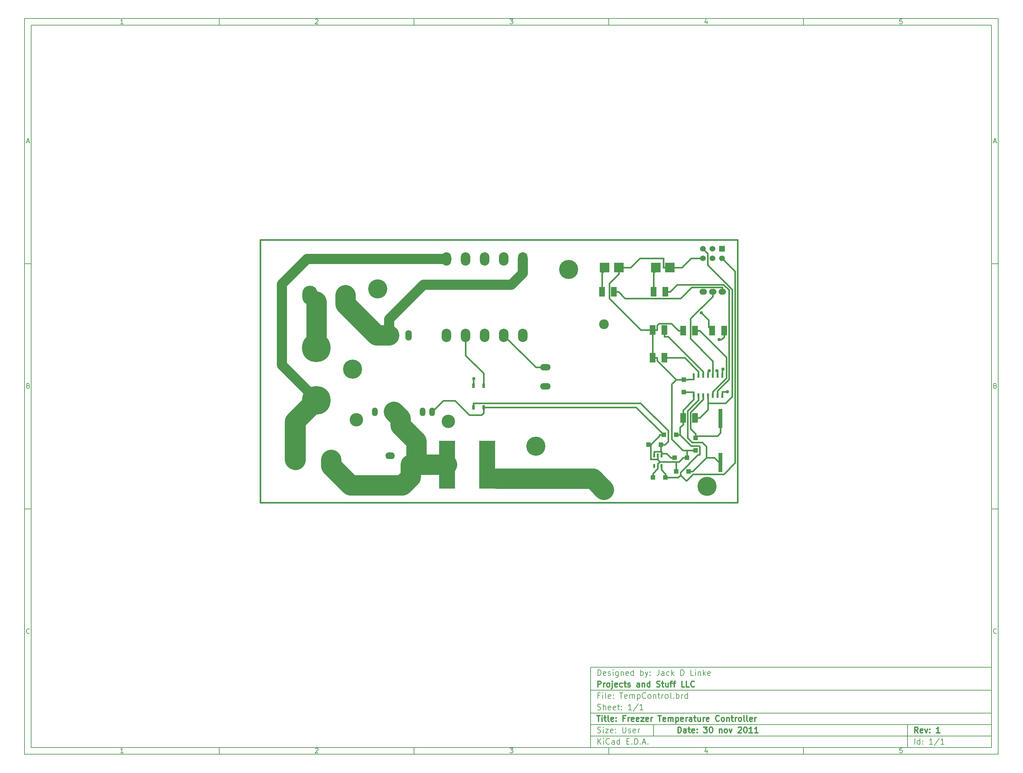
<source format=gtl>
G04 (created by PCBNEW-RS274X (2011-07-08 BZR 3044)-stable) date 11/30/2011 10:21:35 PM*
G01*
G70*
G90*
%MOIN*%
G04 Gerber Fmt 3.4, Leading zero omitted, Abs format*
%FSLAX34Y34*%
G04 APERTURE LIST*
%ADD10C,0.006000*%
%ADD11C,0.012000*%
%ADD12C,0.015000*%
%ADD13C,0.200000*%
%ADD14R,0.020000X0.045000*%
%ADD15R,0.060000X0.060000*%
%ADD16C,0.060000*%
%ADD17R,0.023600X0.043300*%
%ADD18R,0.167300X0.500000*%
%ADD19C,0.102400*%
%ADD20R,0.049200X0.049200*%
%ADD21R,0.059100X0.098400*%
%ADD22O,0.100000X0.070000*%
%ADD23R,0.026000X0.050000*%
%ADD24O,0.100000X0.140000*%
%ADD25O,0.160000X0.200000*%
%ADD26O,0.066900X0.110200*%
%ADD27O,0.110200X0.066900*%
%ADD28R,0.039400X0.200000*%
%ADD29C,0.140000*%
%ADD30R,0.100000X0.100000*%
%ADD31O,0.060000X0.090000*%
%ADD32C,0.300000*%
%ADD33O,0.080000X0.060000*%
%ADD34C,0.035000*%
%ADD35C,0.016000*%
%ADD36C,0.214600*%
%ADD37C,0.108000*%
%ADD38C,0.212600*%
G04 APERTURE END LIST*
G54D10*
X04000Y-04000D02*
X106000Y-04000D01*
X106000Y-81000D01*
X04000Y-81000D01*
X04000Y-04000D01*
X04700Y-04700D02*
X105300Y-04700D01*
X105300Y-80300D01*
X04700Y-80300D01*
X04700Y-04700D01*
X24400Y-04000D02*
X24400Y-04700D01*
X14343Y-04552D02*
X14057Y-04552D01*
X14200Y-04552D02*
X14200Y-04052D01*
X14152Y-04124D01*
X14105Y-04171D01*
X14057Y-04195D01*
X24400Y-81000D02*
X24400Y-80300D01*
X14343Y-80852D02*
X14057Y-80852D01*
X14200Y-80852D02*
X14200Y-80352D01*
X14152Y-80424D01*
X14105Y-80471D01*
X14057Y-80495D01*
X44800Y-04000D02*
X44800Y-04700D01*
X34457Y-04100D02*
X34481Y-04076D01*
X34529Y-04052D01*
X34648Y-04052D01*
X34695Y-04076D01*
X34719Y-04100D01*
X34743Y-04148D01*
X34743Y-04195D01*
X34719Y-04267D01*
X34433Y-04552D01*
X34743Y-04552D01*
X44800Y-81000D02*
X44800Y-80300D01*
X34457Y-80400D02*
X34481Y-80376D01*
X34529Y-80352D01*
X34648Y-80352D01*
X34695Y-80376D01*
X34719Y-80400D01*
X34743Y-80448D01*
X34743Y-80495D01*
X34719Y-80567D01*
X34433Y-80852D01*
X34743Y-80852D01*
X65200Y-04000D02*
X65200Y-04700D01*
X54833Y-04052D02*
X55143Y-04052D01*
X54976Y-04243D01*
X55048Y-04243D01*
X55095Y-04267D01*
X55119Y-04290D01*
X55143Y-04338D01*
X55143Y-04457D01*
X55119Y-04505D01*
X55095Y-04529D01*
X55048Y-04552D01*
X54905Y-04552D01*
X54857Y-04529D01*
X54833Y-04505D01*
X65200Y-81000D02*
X65200Y-80300D01*
X54833Y-80352D02*
X55143Y-80352D01*
X54976Y-80543D01*
X55048Y-80543D01*
X55095Y-80567D01*
X55119Y-80590D01*
X55143Y-80638D01*
X55143Y-80757D01*
X55119Y-80805D01*
X55095Y-80829D01*
X55048Y-80852D01*
X54905Y-80852D01*
X54857Y-80829D01*
X54833Y-80805D01*
X85600Y-04000D02*
X85600Y-04700D01*
X75495Y-04219D02*
X75495Y-04552D01*
X75376Y-04029D02*
X75257Y-04386D01*
X75567Y-04386D01*
X85600Y-81000D02*
X85600Y-80300D01*
X75495Y-80519D02*
X75495Y-80852D01*
X75376Y-80329D02*
X75257Y-80686D01*
X75567Y-80686D01*
X95919Y-04052D02*
X95681Y-04052D01*
X95657Y-04290D01*
X95681Y-04267D01*
X95729Y-04243D01*
X95848Y-04243D01*
X95895Y-04267D01*
X95919Y-04290D01*
X95943Y-04338D01*
X95943Y-04457D01*
X95919Y-04505D01*
X95895Y-04529D01*
X95848Y-04552D01*
X95729Y-04552D01*
X95681Y-04529D01*
X95657Y-04505D01*
X95919Y-80352D02*
X95681Y-80352D01*
X95657Y-80590D01*
X95681Y-80567D01*
X95729Y-80543D01*
X95848Y-80543D01*
X95895Y-80567D01*
X95919Y-80590D01*
X95943Y-80638D01*
X95943Y-80757D01*
X95919Y-80805D01*
X95895Y-80829D01*
X95848Y-80852D01*
X95729Y-80852D01*
X95681Y-80829D01*
X95657Y-80805D01*
X04000Y-29660D02*
X04700Y-29660D01*
X04231Y-16890D02*
X04469Y-16890D01*
X04184Y-17032D02*
X04350Y-16532D01*
X04517Y-17032D01*
X106000Y-29660D02*
X105300Y-29660D01*
X105531Y-16890D02*
X105769Y-16890D01*
X105484Y-17032D02*
X105650Y-16532D01*
X105817Y-17032D01*
X04000Y-55320D02*
X04700Y-55320D01*
X04386Y-42430D02*
X04457Y-42454D01*
X04481Y-42478D01*
X04505Y-42526D01*
X04505Y-42597D01*
X04481Y-42645D01*
X04457Y-42669D01*
X04410Y-42692D01*
X04219Y-42692D01*
X04219Y-42192D01*
X04386Y-42192D01*
X04433Y-42216D01*
X04457Y-42240D01*
X04481Y-42288D01*
X04481Y-42335D01*
X04457Y-42383D01*
X04433Y-42407D01*
X04386Y-42430D01*
X04219Y-42430D01*
X106000Y-55320D02*
X105300Y-55320D01*
X105686Y-42430D02*
X105757Y-42454D01*
X105781Y-42478D01*
X105805Y-42526D01*
X105805Y-42597D01*
X105781Y-42645D01*
X105757Y-42669D01*
X105710Y-42692D01*
X105519Y-42692D01*
X105519Y-42192D01*
X105686Y-42192D01*
X105733Y-42216D01*
X105757Y-42240D01*
X105781Y-42288D01*
X105781Y-42335D01*
X105757Y-42383D01*
X105733Y-42407D01*
X105686Y-42430D01*
X105519Y-42430D01*
X04505Y-68305D02*
X04481Y-68329D01*
X04410Y-68352D01*
X04362Y-68352D01*
X04290Y-68329D01*
X04243Y-68281D01*
X04219Y-68233D01*
X04195Y-68138D01*
X04195Y-68067D01*
X04219Y-67971D01*
X04243Y-67924D01*
X04290Y-67876D01*
X04362Y-67852D01*
X04410Y-67852D01*
X04481Y-67876D01*
X04505Y-67900D01*
X105805Y-68305D02*
X105781Y-68329D01*
X105710Y-68352D01*
X105662Y-68352D01*
X105590Y-68329D01*
X105543Y-68281D01*
X105519Y-68233D01*
X105495Y-68138D01*
X105495Y-68067D01*
X105519Y-67971D01*
X105543Y-67924D01*
X105590Y-67876D01*
X105662Y-67852D01*
X105710Y-67852D01*
X105781Y-67876D01*
X105805Y-67900D01*
G54D11*
X72443Y-78743D02*
X72443Y-78143D01*
X72586Y-78143D01*
X72671Y-78171D01*
X72729Y-78229D01*
X72757Y-78286D01*
X72786Y-78400D01*
X72786Y-78486D01*
X72757Y-78600D01*
X72729Y-78657D01*
X72671Y-78714D01*
X72586Y-78743D01*
X72443Y-78743D01*
X73300Y-78743D02*
X73300Y-78429D01*
X73271Y-78371D01*
X73214Y-78343D01*
X73100Y-78343D01*
X73043Y-78371D01*
X73300Y-78714D02*
X73243Y-78743D01*
X73100Y-78743D01*
X73043Y-78714D01*
X73014Y-78657D01*
X73014Y-78600D01*
X73043Y-78543D01*
X73100Y-78514D01*
X73243Y-78514D01*
X73300Y-78486D01*
X73500Y-78343D02*
X73729Y-78343D01*
X73586Y-78143D02*
X73586Y-78657D01*
X73614Y-78714D01*
X73672Y-78743D01*
X73729Y-78743D01*
X74157Y-78714D02*
X74100Y-78743D01*
X73986Y-78743D01*
X73929Y-78714D01*
X73900Y-78657D01*
X73900Y-78429D01*
X73929Y-78371D01*
X73986Y-78343D01*
X74100Y-78343D01*
X74157Y-78371D01*
X74186Y-78429D01*
X74186Y-78486D01*
X73900Y-78543D01*
X74443Y-78686D02*
X74471Y-78714D01*
X74443Y-78743D01*
X74414Y-78714D01*
X74443Y-78686D01*
X74443Y-78743D01*
X74443Y-78371D02*
X74471Y-78400D01*
X74443Y-78429D01*
X74414Y-78400D01*
X74443Y-78371D01*
X74443Y-78429D01*
X75129Y-78143D02*
X75500Y-78143D01*
X75300Y-78371D01*
X75386Y-78371D01*
X75443Y-78400D01*
X75472Y-78429D01*
X75500Y-78486D01*
X75500Y-78629D01*
X75472Y-78686D01*
X75443Y-78714D01*
X75386Y-78743D01*
X75214Y-78743D01*
X75157Y-78714D01*
X75129Y-78686D01*
X75871Y-78143D02*
X75928Y-78143D01*
X75985Y-78171D01*
X76014Y-78200D01*
X76043Y-78257D01*
X76071Y-78371D01*
X76071Y-78514D01*
X76043Y-78629D01*
X76014Y-78686D01*
X75985Y-78714D01*
X75928Y-78743D01*
X75871Y-78743D01*
X75814Y-78714D01*
X75785Y-78686D01*
X75757Y-78629D01*
X75728Y-78514D01*
X75728Y-78371D01*
X75757Y-78257D01*
X75785Y-78200D01*
X75814Y-78171D01*
X75871Y-78143D01*
X76785Y-78343D02*
X76785Y-78743D01*
X76785Y-78400D02*
X76813Y-78371D01*
X76871Y-78343D01*
X76956Y-78343D01*
X77013Y-78371D01*
X77042Y-78429D01*
X77042Y-78743D01*
X77414Y-78743D02*
X77356Y-78714D01*
X77328Y-78686D01*
X77299Y-78629D01*
X77299Y-78457D01*
X77328Y-78400D01*
X77356Y-78371D01*
X77414Y-78343D01*
X77499Y-78343D01*
X77556Y-78371D01*
X77585Y-78400D01*
X77614Y-78457D01*
X77614Y-78629D01*
X77585Y-78686D01*
X77556Y-78714D01*
X77499Y-78743D01*
X77414Y-78743D01*
X77814Y-78343D02*
X77957Y-78743D01*
X78099Y-78343D01*
X78756Y-78200D02*
X78785Y-78171D01*
X78842Y-78143D01*
X78985Y-78143D01*
X79042Y-78171D01*
X79071Y-78200D01*
X79099Y-78257D01*
X79099Y-78314D01*
X79071Y-78400D01*
X78728Y-78743D01*
X79099Y-78743D01*
X79470Y-78143D02*
X79527Y-78143D01*
X79584Y-78171D01*
X79613Y-78200D01*
X79642Y-78257D01*
X79670Y-78371D01*
X79670Y-78514D01*
X79642Y-78629D01*
X79613Y-78686D01*
X79584Y-78714D01*
X79527Y-78743D01*
X79470Y-78743D01*
X79413Y-78714D01*
X79384Y-78686D01*
X79356Y-78629D01*
X79327Y-78514D01*
X79327Y-78371D01*
X79356Y-78257D01*
X79384Y-78200D01*
X79413Y-78171D01*
X79470Y-78143D01*
X80241Y-78743D02*
X79898Y-78743D01*
X80070Y-78743D02*
X80070Y-78143D01*
X80013Y-78229D01*
X79955Y-78286D01*
X79898Y-78314D01*
X80812Y-78743D02*
X80469Y-78743D01*
X80641Y-78743D02*
X80641Y-78143D01*
X80584Y-78229D01*
X80526Y-78286D01*
X80469Y-78314D01*
G54D10*
X64043Y-79943D02*
X64043Y-79343D01*
X64386Y-79943D02*
X64129Y-79600D01*
X64386Y-79343D02*
X64043Y-79686D01*
X64643Y-79943D02*
X64643Y-79543D01*
X64643Y-79343D02*
X64614Y-79371D01*
X64643Y-79400D01*
X64671Y-79371D01*
X64643Y-79343D01*
X64643Y-79400D01*
X65272Y-79886D02*
X65243Y-79914D01*
X65157Y-79943D01*
X65100Y-79943D01*
X65015Y-79914D01*
X64957Y-79857D01*
X64929Y-79800D01*
X64900Y-79686D01*
X64900Y-79600D01*
X64929Y-79486D01*
X64957Y-79429D01*
X65015Y-79371D01*
X65100Y-79343D01*
X65157Y-79343D01*
X65243Y-79371D01*
X65272Y-79400D01*
X65786Y-79943D02*
X65786Y-79629D01*
X65757Y-79571D01*
X65700Y-79543D01*
X65586Y-79543D01*
X65529Y-79571D01*
X65786Y-79914D02*
X65729Y-79943D01*
X65586Y-79943D01*
X65529Y-79914D01*
X65500Y-79857D01*
X65500Y-79800D01*
X65529Y-79743D01*
X65586Y-79714D01*
X65729Y-79714D01*
X65786Y-79686D01*
X66329Y-79943D02*
X66329Y-79343D01*
X66329Y-79914D02*
X66272Y-79943D01*
X66158Y-79943D01*
X66100Y-79914D01*
X66072Y-79886D01*
X66043Y-79829D01*
X66043Y-79657D01*
X66072Y-79600D01*
X66100Y-79571D01*
X66158Y-79543D01*
X66272Y-79543D01*
X66329Y-79571D01*
X67072Y-79629D02*
X67272Y-79629D01*
X67358Y-79943D02*
X67072Y-79943D01*
X67072Y-79343D01*
X67358Y-79343D01*
X67615Y-79886D02*
X67643Y-79914D01*
X67615Y-79943D01*
X67586Y-79914D01*
X67615Y-79886D01*
X67615Y-79943D01*
X67901Y-79943D02*
X67901Y-79343D01*
X68044Y-79343D01*
X68129Y-79371D01*
X68187Y-79429D01*
X68215Y-79486D01*
X68244Y-79600D01*
X68244Y-79686D01*
X68215Y-79800D01*
X68187Y-79857D01*
X68129Y-79914D01*
X68044Y-79943D01*
X67901Y-79943D01*
X68501Y-79886D02*
X68529Y-79914D01*
X68501Y-79943D01*
X68472Y-79914D01*
X68501Y-79886D01*
X68501Y-79943D01*
X68758Y-79771D02*
X69044Y-79771D01*
X68701Y-79943D02*
X68901Y-79343D01*
X69101Y-79943D01*
X69301Y-79886D02*
X69329Y-79914D01*
X69301Y-79943D01*
X69272Y-79914D01*
X69301Y-79886D01*
X69301Y-79943D01*
G54D11*
X97586Y-78743D02*
X97386Y-78457D01*
X97243Y-78743D02*
X97243Y-78143D01*
X97471Y-78143D01*
X97529Y-78171D01*
X97557Y-78200D01*
X97586Y-78257D01*
X97586Y-78343D01*
X97557Y-78400D01*
X97529Y-78429D01*
X97471Y-78457D01*
X97243Y-78457D01*
X98071Y-78714D02*
X98014Y-78743D01*
X97900Y-78743D01*
X97843Y-78714D01*
X97814Y-78657D01*
X97814Y-78429D01*
X97843Y-78371D01*
X97900Y-78343D01*
X98014Y-78343D01*
X98071Y-78371D01*
X98100Y-78429D01*
X98100Y-78486D01*
X97814Y-78543D01*
X98300Y-78343D02*
X98443Y-78743D01*
X98585Y-78343D01*
X98814Y-78686D02*
X98842Y-78714D01*
X98814Y-78743D01*
X98785Y-78714D01*
X98814Y-78686D01*
X98814Y-78743D01*
X98814Y-78371D02*
X98842Y-78400D01*
X98814Y-78429D01*
X98785Y-78400D01*
X98814Y-78371D01*
X98814Y-78429D01*
X99871Y-78743D02*
X99528Y-78743D01*
X99700Y-78743D02*
X99700Y-78143D01*
X99643Y-78229D01*
X99585Y-78286D01*
X99528Y-78314D01*
G54D10*
X64014Y-78714D02*
X64100Y-78743D01*
X64243Y-78743D01*
X64300Y-78714D01*
X64329Y-78686D01*
X64357Y-78629D01*
X64357Y-78571D01*
X64329Y-78514D01*
X64300Y-78486D01*
X64243Y-78457D01*
X64129Y-78429D01*
X64071Y-78400D01*
X64043Y-78371D01*
X64014Y-78314D01*
X64014Y-78257D01*
X64043Y-78200D01*
X64071Y-78171D01*
X64129Y-78143D01*
X64271Y-78143D01*
X64357Y-78171D01*
X64614Y-78743D02*
X64614Y-78343D01*
X64614Y-78143D02*
X64585Y-78171D01*
X64614Y-78200D01*
X64642Y-78171D01*
X64614Y-78143D01*
X64614Y-78200D01*
X64843Y-78343D02*
X65157Y-78343D01*
X64843Y-78743D01*
X65157Y-78743D01*
X65614Y-78714D02*
X65557Y-78743D01*
X65443Y-78743D01*
X65386Y-78714D01*
X65357Y-78657D01*
X65357Y-78429D01*
X65386Y-78371D01*
X65443Y-78343D01*
X65557Y-78343D01*
X65614Y-78371D01*
X65643Y-78429D01*
X65643Y-78486D01*
X65357Y-78543D01*
X65900Y-78686D02*
X65928Y-78714D01*
X65900Y-78743D01*
X65871Y-78714D01*
X65900Y-78686D01*
X65900Y-78743D01*
X65900Y-78371D02*
X65928Y-78400D01*
X65900Y-78429D01*
X65871Y-78400D01*
X65900Y-78371D01*
X65900Y-78429D01*
X66643Y-78143D02*
X66643Y-78629D01*
X66671Y-78686D01*
X66700Y-78714D01*
X66757Y-78743D01*
X66871Y-78743D01*
X66929Y-78714D01*
X66957Y-78686D01*
X66986Y-78629D01*
X66986Y-78143D01*
X67243Y-78714D02*
X67300Y-78743D01*
X67415Y-78743D01*
X67472Y-78714D01*
X67500Y-78657D01*
X67500Y-78629D01*
X67472Y-78571D01*
X67415Y-78543D01*
X67329Y-78543D01*
X67272Y-78514D01*
X67243Y-78457D01*
X67243Y-78429D01*
X67272Y-78371D01*
X67329Y-78343D01*
X67415Y-78343D01*
X67472Y-78371D01*
X67986Y-78714D02*
X67929Y-78743D01*
X67815Y-78743D01*
X67758Y-78714D01*
X67729Y-78657D01*
X67729Y-78429D01*
X67758Y-78371D01*
X67815Y-78343D01*
X67929Y-78343D01*
X67986Y-78371D01*
X68015Y-78429D01*
X68015Y-78486D01*
X67729Y-78543D01*
X68272Y-78743D02*
X68272Y-78343D01*
X68272Y-78457D02*
X68300Y-78400D01*
X68329Y-78371D01*
X68386Y-78343D01*
X68443Y-78343D01*
X97243Y-79943D02*
X97243Y-79343D01*
X97786Y-79943D02*
X97786Y-79343D01*
X97786Y-79914D02*
X97729Y-79943D01*
X97615Y-79943D01*
X97557Y-79914D01*
X97529Y-79886D01*
X97500Y-79829D01*
X97500Y-79657D01*
X97529Y-79600D01*
X97557Y-79571D01*
X97615Y-79543D01*
X97729Y-79543D01*
X97786Y-79571D01*
X98072Y-79886D02*
X98100Y-79914D01*
X98072Y-79943D01*
X98043Y-79914D01*
X98072Y-79886D01*
X98072Y-79943D01*
X98072Y-79571D02*
X98100Y-79600D01*
X98072Y-79629D01*
X98043Y-79600D01*
X98072Y-79571D01*
X98072Y-79629D01*
X99129Y-79943D02*
X98786Y-79943D01*
X98958Y-79943D02*
X98958Y-79343D01*
X98901Y-79429D01*
X98843Y-79486D01*
X98786Y-79514D01*
X99814Y-79314D02*
X99300Y-80086D01*
X100329Y-79943D02*
X99986Y-79943D01*
X100158Y-79943D02*
X100158Y-79343D01*
X100101Y-79429D01*
X100043Y-79486D01*
X99986Y-79514D01*
G54D11*
X63957Y-76943D02*
X64300Y-76943D01*
X64129Y-77543D02*
X64129Y-76943D01*
X64500Y-77543D02*
X64500Y-77143D01*
X64500Y-76943D02*
X64471Y-76971D01*
X64500Y-77000D01*
X64528Y-76971D01*
X64500Y-76943D01*
X64500Y-77000D01*
X64700Y-77143D02*
X64929Y-77143D01*
X64786Y-76943D02*
X64786Y-77457D01*
X64814Y-77514D01*
X64872Y-77543D01*
X64929Y-77543D01*
X65215Y-77543D02*
X65157Y-77514D01*
X65129Y-77457D01*
X65129Y-76943D01*
X65671Y-77514D02*
X65614Y-77543D01*
X65500Y-77543D01*
X65443Y-77514D01*
X65414Y-77457D01*
X65414Y-77229D01*
X65443Y-77171D01*
X65500Y-77143D01*
X65614Y-77143D01*
X65671Y-77171D01*
X65700Y-77229D01*
X65700Y-77286D01*
X65414Y-77343D01*
X65957Y-77486D02*
X65985Y-77514D01*
X65957Y-77543D01*
X65928Y-77514D01*
X65957Y-77486D01*
X65957Y-77543D01*
X65957Y-77171D02*
X65985Y-77200D01*
X65957Y-77229D01*
X65928Y-77200D01*
X65957Y-77171D01*
X65957Y-77229D01*
X66900Y-77229D02*
X66700Y-77229D01*
X66700Y-77543D02*
X66700Y-76943D01*
X66986Y-76943D01*
X67214Y-77543D02*
X67214Y-77143D01*
X67214Y-77257D02*
X67242Y-77200D01*
X67271Y-77171D01*
X67328Y-77143D01*
X67385Y-77143D01*
X67813Y-77514D02*
X67756Y-77543D01*
X67642Y-77543D01*
X67585Y-77514D01*
X67556Y-77457D01*
X67556Y-77229D01*
X67585Y-77171D01*
X67642Y-77143D01*
X67756Y-77143D01*
X67813Y-77171D01*
X67842Y-77229D01*
X67842Y-77286D01*
X67556Y-77343D01*
X68327Y-77514D02*
X68270Y-77543D01*
X68156Y-77543D01*
X68099Y-77514D01*
X68070Y-77457D01*
X68070Y-77229D01*
X68099Y-77171D01*
X68156Y-77143D01*
X68270Y-77143D01*
X68327Y-77171D01*
X68356Y-77229D01*
X68356Y-77286D01*
X68070Y-77343D01*
X68556Y-77143D02*
X68870Y-77143D01*
X68556Y-77543D01*
X68870Y-77543D01*
X69327Y-77514D02*
X69270Y-77543D01*
X69156Y-77543D01*
X69099Y-77514D01*
X69070Y-77457D01*
X69070Y-77229D01*
X69099Y-77171D01*
X69156Y-77143D01*
X69270Y-77143D01*
X69327Y-77171D01*
X69356Y-77229D01*
X69356Y-77286D01*
X69070Y-77343D01*
X69613Y-77543D02*
X69613Y-77143D01*
X69613Y-77257D02*
X69641Y-77200D01*
X69670Y-77171D01*
X69727Y-77143D01*
X69784Y-77143D01*
X70355Y-76943D02*
X70698Y-76943D01*
X70527Y-77543D02*
X70527Y-76943D01*
X71126Y-77514D02*
X71069Y-77543D01*
X70955Y-77543D01*
X70898Y-77514D01*
X70869Y-77457D01*
X70869Y-77229D01*
X70898Y-77171D01*
X70955Y-77143D01*
X71069Y-77143D01*
X71126Y-77171D01*
X71155Y-77229D01*
X71155Y-77286D01*
X70869Y-77343D01*
X71412Y-77543D02*
X71412Y-77143D01*
X71412Y-77200D02*
X71440Y-77171D01*
X71498Y-77143D01*
X71583Y-77143D01*
X71640Y-77171D01*
X71669Y-77229D01*
X71669Y-77543D01*
X71669Y-77229D02*
X71698Y-77171D01*
X71755Y-77143D01*
X71840Y-77143D01*
X71898Y-77171D01*
X71926Y-77229D01*
X71926Y-77543D01*
X72212Y-77143D02*
X72212Y-77743D01*
X72212Y-77171D02*
X72269Y-77143D01*
X72383Y-77143D01*
X72440Y-77171D01*
X72469Y-77200D01*
X72498Y-77257D01*
X72498Y-77429D01*
X72469Y-77486D01*
X72440Y-77514D01*
X72383Y-77543D01*
X72269Y-77543D01*
X72212Y-77514D01*
X72983Y-77514D02*
X72926Y-77543D01*
X72812Y-77543D01*
X72755Y-77514D01*
X72726Y-77457D01*
X72726Y-77229D01*
X72755Y-77171D01*
X72812Y-77143D01*
X72926Y-77143D01*
X72983Y-77171D01*
X73012Y-77229D01*
X73012Y-77286D01*
X72726Y-77343D01*
X73269Y-77543D02*
X73269Y-77143D01*
X73269Y-77257D02*
X73297Y-77200D01*
X73326Y-77171D01*
X73383Y-77143D01*
X73440Y-77143D01*
X73897Y-77543D02*
X73897Y-77229D01*
X73868Y-77171D01*
X73811Y-77143D01*
X73697Y-77143D01*
X73640Y-77171D01*
X73897Y-77514D02*
X73840Y-77543D01*
X73697Y-77543D01*
X73640Y-77514D01*
X73611Y-77457D01*
X73611Y-77400D01*
X73640Y-77343D01*
X73697Y-77314D01*
X73840Y-77314D01*
X73897Y-77286D01*
X74097Y-77143D02*
X74326Y-77143D01*
X74183Y-76943D02*
X74183Y-77457D01*
X74211Y-77514D01*
X74269Y-77543D01*
X74326Y-77543D01*
X74783Y-77143D02*
X74783Y-77543D01*
X74526Y-77143D02*
X74526Y-77457D01*
X74554Y-77514D01*
X74612Y-77543D01*
X74697Y-77543D01*
X74754Y-77514D01*
X74783Y-77486D01*
X75069Y-77543D02*
X75069Y-77143D01*
X75069Y-77257D02*
X75097Y-77200D01*
X75126Y-77171D01*
X75183Y-77143D01*
X75240Y-77143D01*
X75668Y-77514D02*
X75611Y-77543D01*
X75497Y-77543D01*
X75440Y-77514D01*
X75411Y-77457D01*
X75411Y-77229D01*
X75440Y-77171D01*
X75497Y-77143D01*
X75611Y-77143D01*
X75668Y-77171D01*
X75697Y-77229D01*
X75697Y-77286D01*
X75411Y-77343D01*
X76754Y-77486D02*
X76725Y-77514D01*
X76639Y-77543D01*
X76582Y-77543D01*
X76497Y-77514D01*
X76439Y-77457D01*
X76411Y-77400D01*
X76382Y-77286D01*
X76382Y-77200D01*
X76411Y-77086D01*
X76439Y-77029D01*
X76497Y-76971D01*
X76582Y-76943D01*
X76639Y-76943D01*
X76725Y-76971D01*
X76754Y-77000D01*
X77097Y-77543D02*
X77039Y-77514D01*
X77011Y-77486D01*
X76982Y-77429D01*
X76982Y-77257D01*
X77011Y-77200D01*
X77039Y-77171D01*
X77097Y-77143D01*
X77182Y-77143D01*
X77239Y-77171D01*
X77268Y-77200D01*
X77297Y-77257D01*
X77297Y-77429D01*
X77268Y-77486D01*
X77239Y-77514D01*
X77182Y-77543D01*
X77097Y-77543D01*
X77554Y-77143D02*
X77554Y-77543D01*
X77554Y-77200D02*
X77582Y-77171D01*
X77640Y-77143D01*
X77725Y-77143D01*
X77782Y-77171D01*
X77811Y-77229D01*
X77811Y-77543D01*
X78011Y-77143D02*
X78240Y-77143D01*
X78097Y-76943D02*
X78097Y-77457D01*
X78125Y-77514D01*
X78183Y-77543D01*
X78240Y-77543D01*
X78440Y-77543D02*
X78440Y-77143D01*
X78440Y-77257D02*
X78468Y-77200D01*
X78497Y-77171D01*
X78554Y-77143D01*
X78611Y-77143D01*
X78897Y-77543D02*
X78839Y-77514D01*
X78811Y-77486D01*
X78782Y-77429D01*
X78782Y-77257D01*
X78811Y-77200D01*
X78839Y-77171D01*
X78897Y-77143D01*
X78982Y-77143D01*
X79039Y-77171D01*
X79068Y-77200D01*
X79097Y-77257D01*
X79097Y-77429D01*
X79068Y-77486D01*
X79039Y-77514D01*
X78982Y-77543D01*
X78897Y-77543D01*
X79440Y-77543D02*
X79382Y-77514D01*
X79354Y-77457D01*
X79354Y-76943D01*
X79754Y-77543D02*
X79696Y-77514D01*
X79668Y-77457D01*
X79668Y-76943D01*
X80210Y-77514D02*
X80153Y-77543D01*
X80039Y-77543D01*
X79982Y-77514D01*
X79953Y-77457D01*
X79953Y-77229D01*
X79982Y-77171D01*
X80039Y-77143D01*
X80153Y-77143D01*
X80210Y-77171D01*
X80239Y-77229D01*
X80239Y-77286D01*
X79953Y-77343D01*
X80496Y-77543D02*
X80496Y-77143D01*
X80496Y-77257D02*
X80524Y-77200D01*
X80553Y-77171D01*
X80610Y-77143D01*
X80667Y-77143D01*
G54D10*
X64243Y-74829D02*
X64043Y-74829D01*
X64043Y-75143D02*
X64043Y-74543D01*
X64329Y-74543D01*
X64557Y-75143D02*
X64557Y-74743D01*
X64557Y-74543D02*
X64528Y-74571D01*
X64557Y-74600D01*
X64585Y-74571D01*
X64557Y-74543D01*
X64557Y-74600D01*
X64929Y-75143D02*
X64871Y-75114D01*
X64843Y-75057D01*
X64843Y-74543D01*
X65385Y-75114D02*
X65328Y-75143D01*
X65214Y-75143D01*
X65157Y-75114D01*
X65128Y-75057D01*
X65128Y-74829D01*
X65157Y-74771D01*
X65214Y-74743D01*
X65328Y-74743D01*
X65385Y-74771D01*
X65414Y-74829D01*
X65414Y-74886D01*
X65128Y-74943D01*
X65671Y-75086D02*
X65699Y-75114D01*
X65671Y-75143D01*
X65642Y-75114D01*
X65671Y-75086D01*
X65671Y-75143D01*
X65671Y-74771D02*
X65699Y-74800D01*
X65671Y-74829D01*
X65642Y-74800D01*
X65671Y-74771D01*
X65671Y-74829D01*
X66328Y-74543D02*
X66671Y-74543D01*
X66500Y-75143D02*
X66500Y-74543D01*
X67099Y-75114D02*
X67042Y-75143D01*
X66928Y-75143D01*
X66871Y-75114D01*
X66842Y-75057D01*
X66842Y-74829D01*
X66871Y-74771D01*
X66928Y-74743D01*
X67042Y-74743D01*
X67099Y-74771D01*
X67128Y-74829D01*
X67128Y-74886D01*
X66842Y-74943D01*
X67385Y-75143D02*
X67385Y-74743D01*
X67385Y-74800D02*
X67413Y-74771D01*
X67471Y-74743D01*
X67556Y-74743D01*
X67613Y-74771D01*
X67642Y-74829D01*
X67642Y-75143D01*
X67642Y-74829D02*
X67671Y-74771D01*
X67728Y-74743D01*
X67813Y-74743D01*
X67871Y-74771D01*
X67899Y-74829D01*
X67899Y-75143D01*
X68185Y-74743D02*
X68185Y-75343D01*
X68185Y-74771D02*
X68242Y-74743D01*
X68356Y-74743D01*
X68413Y-74771D01*
X68442Y-74800D01*
X68471Y-74857D01*
X68471Y-75029D01*
X68442Y-75086D01*
X68413Y-75114D01*
X68356Y-75143D01*
X68242Y-75143D01*
X68185Y-75114D01*
X69071Y-75086D02*
X69042Y-75114D01*
X68956Y-75143D01*
X68899Y-75143D01*
X68814Y-75114D01*
X68756Y-75057D01*
X68728Y-75000D01*
X68699Y-74886D01*
X68699Y-74800D01*
X68728Y-74686D01*
X68756Y-74629D01*
X68814Y-74571D01*
X68899Y-74543D01*
X68956Y-74543D01*
X69042Y-74571D01*
X69071Y-74600D01*
X69414Y-75143D02*
X69356Y-75114D01*
X69328Y-75086D01*
X69299Y-75029D01*
X69299Y-74857D01*
X69328Y-74800D01*
X69356Y-74771D01*
X69414Y-74743D01*
X69499Y-74743D01*
X69556Y-74771D01*
X69585Y-74800D01*
X69614Y-74857D01*
X69614Y-75029D01*
X69585Y-75086D01*
X69556Y-75114D01*
X69499Y-75143D01*
X69414Y-75143D01*
X69871Y-74743D02*
X69871Y-75143D01*
X69871Y-74800D02*
X69899Y-74771D01*
X69957Y-74743D01*
X70042Y-74743D01*
X70099Y-74771D01*
X70128Y-74829D01*
X70128Y-75143D01*
X70328Y-74743D02*
X70557Y-74743D01*
X70414Y-74543D02*
X70414Y-75057D01*
X70442Y-75114D01*
X70500Y-75143D01*
X70557Y-75143D01*
X70757Y-75143D02*
X70757Y-74743D01*
X70757Y-74857D02*
X70785Y-74800D01*
X70814Y-74771D01*
X70871Y-74743D01*
X70928Y-74743D01*
X71214Y-75143D02*
X71156Y-75114D01*
X71128Y-75086D01*
X71099Y-75029D01*
X71099Y-74857D01*
X71128Y-74800D01*
X71156Y-74771D01*
X71214Y-74743D01*
X71299Y-74743D01*
X71356Y-74771D01*
X71385Y-74800D01*
X71414Y-74857D01*
X71414Y-75029D01*
X71385Y-75086D01*
X71356Y-75114D01*
X71299Y-75143D01*
X71214Y-75143D01*
X71757Y-75143D02*
X71699Y-75114D01*
X71671Y-75057D01*
X71671Y-74543D01*
X71985Y-75086D02*
X72013Y-75114D01*
X71985Y-75143D01*
X71956Y-75114D01*
X71985Y-75086D01*
X71985Y-75143D01*
X72271Y-75143D02*
X72271Y-74543D01*
X72271Y-74771D02*
X72328Y-74743D01*
X72442Y-74743D01*
X72499Y-74771D01*
X72528Y-74800D01*
X72557Y-74857D01*
X72557Y-75029D01*
X72528Y-75086D01*
X72499Y-75114D01*
X72442Y-75143D01*
X72328Y-75143D01*
X72271Y-75114D01*
X72814Y-75143D02*
X72814Y-74743D01*
X72814Y-74857D02*
X72842Y-74800D01*
X72871Y-74771D01*
X72928Y-74743D01*
X72985Y-74743D01*
X73442Y-75143D02*
X73442Y-74543D01*
X73442Y-75114D02*
X73385Y-75143D01*
X73271Y-75143D01*
X73213Y-75114D01*
X73185Y-75086D01*
X73156Y-75029D01*
X73156Y-74857D01*
X73185Y-74800D01*
X73213Y-74771D01*
X73271Y-74743D01*
X73385Y-74743D01*
X73442Y-74771D01*
X64014Y-76314D02*
X64100Y-76343D01*
X64243Y-76343D01*
X64300Y-76314D01*
X64329Y-76286D01*
X64357Y-76229D01*
X64357Y-76171D01*
X64329Y-76114D01*
X64300Y-76086D01*
X64243Y-76057D01*
X64129Y-76029D01*
X64071Y-76000D01*
X64043Y-75971D01*
X64014Y-75914D01*
X64014Y-75857D01*
X64043Y-75800D01*
X64071Y-75771D01*
X64129Y-75743D01*
X64271Y-75743D01*
X64357Y-75771D01*
X64614Y-76343D02*
X64614Y-75743D01*
X64871Y-76343D02*
X64871Y-76029D01*
X64842Y-75971D01*
X64785Y-75943D01*
X64700Y-75943D01*
X64642Y-75971D01*
X64614Y-76000D01*
X65385Y-76314D02*
X65328Y-76343D01*
X65214Y-76343D01*
X65157Y-76314D01*
X65128Y-76257D01*
X65128Y-76029D01*
X65157Y-75971D01*
X65214Y-75943D01*
X65328Y-75943D01*
X65385Y-75971D01*
X65414Y-76029D01*
X65414Y-76086D01*
X65128Y-76143D01*
X65899Y-76314D02*
X65842Y-76343D01*
X65728Y-76343D01*
X65671Y-76314D01*
X65642Y-76257D01*
X65642Y-76029D01*
X65671Y-75971D01*
X65728Y-75943D01*
X65842Y-75943D01*
X65899Y-75971D01*
X65928Y-76029D01*
X65928Y-76086D01*
X65642Y-76143D01*
X66099Y-75943D02*
X66328Y-75943D01*
X66185Y-75743D02*
X66185Y-76257D01*
X66213Y-76314D01*
X66271Y-76343D01*
X66328Y-76343D01*
X66528Y-76286D02*
X66556Y-76314D01*
X66528Y-76343D01*
X66499Y-76314D01*
X66528Y-76286D01*
X66528Y-76343D01*
X66528Y-75971D02*
X66556Y-76000D01*
X66528Y-76029D01*
X66499Y-76000D01*
X66528Y-75971D01*
X66528Y-76029D01*
X67585Y-76343D02*
X67242Y-76343D01*
X67414Y-76343D02*
X67414Y-75743D01*
X67357Y-75829D01*
X67299Y-75886D01*
X67242Y-75914D01*
X68270Y-75714D02*
X67756Y-76486D01*
X68785Y-76343D02*
X68442Y-76343D01*
X68614Y-76343D02*
X68614Y-75743D01*
X68557Y-75829D01*
X68499Y-75886D01*
X68442Y-75914D01*
G54D11*
X64043Y-73943D02*
X64043Y-73343D01*
X64271Y-73343D01*
X64329Y-73371D01*
X64357Y-73400D01*
X64386Y-73457D01*
X64386Y-73543D01*
X64357Y-73600D01*
X64329Y-73629D01*
X64271Y-73657D01*
X64043Y-73657D01*
X64643Y-73943D02*
X64643Y-73543D01*
X64643Y-73657D02*
X64671Y-73600D01*
X64700Y-73571D01*
X64757Y-73543D01*
X64814Y-73543D01*
X65100Y-73943D02*
X65042Y-73914D01*
X65014Y-73886D01*
X64985Y-73829D01*
X64985Y-73657D01*
X65014Y-73600D01*
X65042Y-73571D01*
X65100Y-73543D01*
X65185Y-73543D01*
X65242Y-73571D01*
X65271Y-73600D01*
X65300Y-73657D01*
X65300Y-73829D01*
X65271Y-73886D01*
X65242Y-73914D01*
X65185Y-73943D01*
X65100Y-73943D01*
X65557Y-73543D02*
X65557Y-74057D01*
X65528Y-74114D01*
X65471Y-74143D01*
X65443Y-74143D01*
X65557Y-73343D02*
X65528Y-73371D01*
X65557Y-73400D01*
X65585Y-73371D01*
X65557Y-73343D01*
X65557Y-73400D01*
X66071Y-73914D02*
X66014Y-73943D01*
X65900Y-73943D01*
X65843Y-73914D01*
X65814Y-73857D01*
X65814Y-73629D01*
X65843Y-73571D01*
X65900Y-73543D01*
X66014Y-73543D01*
X66071Y-73571D01*
X66100Y-73629D01*
X66100Y-73686D01*
X65814Y-73743D01*
X66614Y-73914D02*
X66557Y-73943D01*
X66443Y-73943D01*
X66385Y-73914D01*
X66357Y-73886D01*
X66328Y-73829D01*
X66328Y-73657D01*
X66357Y-73600D01*
X66385Y-73571D01*
X66443Y-73543D01*
X66557Y-73543D01*
X66614Y-73571D01*
X66785Y-73543D02*
X67014Y-73543D01*
X66871Y-73343D02*
X66871Y-73857D01*
X66899Y-73914D01*
X66957Y-73943D01*
X67014Y-73943D01*
X67185Y-73914D02*
X67242Y-73943D01*
X67357Y-73943D01*
X67414Y-73914D01*
X67442Y-73857D01*
X67442Y-73829D01*
X67414Y-73771D01*
X67357Y-73743D01*
X67271Y-73743D01*
X67214Y-73714D01*
X67185Y-73657D01*
X67185Y-73629D01*
X67214Y-73571D01*
X67271Y-73543D01*
X67357Y-73543D01*
X67414Y-73571D01*
X68414Y-73943D02*
X68414Y-73629D01*
X68385Y-73571D01*
X68328Y-73543D01*
X68214Y-73543D01*
X68157Y-73571D01*
X68414Y-73914D02*
X68357Y-73943D01*
X68214Y-73943D01*
X68157Y-73914D01*
X68128Y-73857D01*
X68128Y-73800D01*
X68157Y-73743D01*
X68214Y-73714D01*
X68357Y-73714D01*
X68414Y-73686D01*
X68700Y-73543D02*
X68700Y-73943D01*
X68700Y-73600D02*
X68728Y-73571D01*
X68786Y-73543D01*
X68871Y-73543D01*
X68928Y-73571D01*
X68957Y-73629D01*
X68957Y-73943D01*
X69500Y-73943D02*
X69500Y-73343D01*
X69500Y-73914D02*
X69443Y-73943D01*
X69329Y-73943D01*
X69271Y-73914D01*
X69243Y-73886D01*
X69214Y-73829D01*
X69214Y-73657D01*
X69243Y-73600D01*
X69271Y-73571D01*
X69329Y-73543D01*
X69443Y-73543D01*
X69500Y-73571D01*
X70214Y-73914D02*
X70300Y-73943D01*
X70443Y-73943D01*
X70500Y-73914D01*
X70529Y-73886D01*
X70557Y-73829D01*
X70557Y-73771D01*
X70529Y-73714D01*
X70500Y-73686D01*
X70443Y-73657D01*
X70329Y-73629D01*
X70271Y-73600D01*
X70243Y-73571D01*
X70214Y-73514D01*
X70214Y-73457D01*
X70243Y-73400D01*
X70271Y-73371D01*
X70329Y-73343D01*
X70471Y-73343D01*
X70557Y-73371D01*
X70728Y-73543D02*
X70957Y-73543D01*
X70814Y-73343D02*
X70814Y-73857D01*
X70842Y-73914D01*
X70900Y-73943D01*
X70957Y-73943D01*
X71414Y-73543D02*
X71414Y-73943D01*
X71157Y-73543D02*
X71157Y-73857D01*
X71185Y-73914D01*
X71243Y-73943D01*
X71328Y-73943D01*
X71385Y-73914D01*
X71414Y-73886D01*
X71614Y-73543D02*
X71843Y-73543D01*
X71700Y-73943D02*
X71700Y-73429D01*
X71728Y-73371D01*
X71786Y-73343D01*
X71843Y-73343D01*
X71957Y-73543D02*
X72186Y-73543D01*
X72043Y-73943D02*
X72043Y-73429D01*
X72071Y-73371D01*
X72129Y-73343D01*
X72186Y-73343D01*
X73129Y-73943D02*
X72843Y-73943D01*
X72843Y-73343D01*
X73615Y-73943D02*
X73329Y-73943D01*
X73329Y-73343D01*
X74158Y-73886D02*
X74129Y-73914D01*
X74043Y-73943D01*
X73986Y-73943D01*
X73901Y-73914D01*
X73843Y-73857D01*
X73815Y-73800D01*
X73786Y-73686D01*
X73786Y-73600D01*
X73815Y-73486D01*
X73843Y-73429D01*
X73901Y-73371D01*
X73986Y-73343D01*
X74043Y-73343D01*
X74129Y-73371D01*
X74158Y-73400D01*
G54D10*
X64043Y-72743D02*
X64043Y-72143D01*
X64186Y-72143D01*
X64271Y-72171D01*
X64329Y-72229D01*
X64357Y-72286D01*
X64386Y-72400D01*
X64386Y-72486D01*
X64357Y-72600D01*
X64329Y-72657D01*
X64271Y-72714D01*
X64186Y-72743D01*
X64043Y-72743D01*
X64871Y-72714D02*
X64814Y-72743D01*
X64700Y-72743D01*
X64643Y-72714D01*
X64614Y-72657D01*
X64614Y-72429D01*
X64643Y-72371D01*
X64700Y-72343D01*
X64814Y-72343D01*
X64871Y-72371D01*
X64900Y-72429D01*
X64900Y-72486D01*
X64614Y-72543D01*
X65128Y-72714D02*
X65185Y-72743D01*
X65300Y-72743D01*
X65357Y-72714D01*
X65385Y-72657D01*
X65385Y-72629D01*
X65357Y-72571D01*
X65300Y-72543D01*
X65214Y-72543D01*
X65157Y-72514D01*
X65128Y-72457D01*
X65128Y-72429D01*
X65157Y-72371D01*
X65214Y-72343D01*
X65300Y-72343D01*
X65357Y-72371D01*
X65643Y-72743D02*
X65643Y-72343D01*
X65643Y-72143D02*
X65614Y-72171D01*
X65643Y-72200D01*
X65671Y-72171D01*
X65643Y-72143D01*
X65643Y-72200D01*
X66186Y-72343D02*
X66186Y-72829D01*
X66157Y-72886D01*
X66129Y-72914D01*
X66072Y-72943D01*
X65986Y-72943D01*
X65929Y-72914D01*
X66186Y-72714D02*
X66129Y-72743D01*
X66015Y-72743D01*
X65957Y-72714D01*
X65929Y-72686D01*
X65900Y-72629D01*
X65900Y-72457D01*
X65929Y-72400D01*
X65957Y-72371D01*
X66015Y-72343D01*
X66129Y-72343D01*
X66186Y-72371D01*
X66472Y-72343D02*
X66472Y-72743D01*
X66472Y-72400D02*
X66500Y-72371D01*
X66558Y-72343D01*
X66643Y-72343D01*
X66700Y-72371D01*
X66729Y-72429D01*
X66729Y-72743D01*
X67243Y-72714D02*
X67186Y-72743D01*
X67072Y-72743D01*
X67015Y-72714D01*
X66986Y-72657D01*
X66986Y-72429D01*
X67015Y-72371D01*
X67072Y-72343D01*
X67186Y-72343D01*
X67243Y-72371D01*
X67272Y-72429D01*
X67272Y-72486D01*
X66986Y-72543D01*
X67786Y-72743D02*
X67786Y-72143D01*
X67786Y-72714D02*
X67729Y-72743D01*
X67615Y-72743D01*
X67557Y-72714D01*
X67529Y-72686D01*
X67500Y-72629D01*
X67500Y-72457D01*
X67529Y-72400D01*
X67557Y-72371D01*
X67615Y-72343D01*
X67729Y-72343D01*
X67786Y-72371D01*
X68529Y-72743D02*
X68529Y-72143D01*
X68529Y-72371D02*
X68586Y-72343D01*
X68700Y-72343D01*
X68757Y-72371D01*
X68786Y-72400D01*
X68815Y-72457D01*
X68815Y-72629D01*
X68786Y-72686D01*
X68757Y-72714D01*
X68700Y-72743D01*
X68586Y-72743D01*
X68529Y-72714D01*
X69015Y-72343D02*
X69158Y-72743D01*
X69300Y-72343D02*
X69158Y-72743D01*
X69100Y-72886D01*
X69072Y-72914D01*
X69015Y-72943D01*
X69529Y-72686D02*
X69557Y-72714D01*
X69529Y-72743D01*
X69500Y-72714D01*
X69529Y-72686D01*
X69529Y-72743D01*
X69529Y-72371D02*
X69557Y-72400D01*
X69529Y-72429D01*
X69500Y-72400D01*
X69529Y-72371D01*
X69529Y-72429D01*
X70443Y-72143D02*
X70443Y-72571D01*
X70415Y-72657D01*
X70358Y-72714D01*
X70272Y-72743D01*
X70215Y-72743D01*
X70986Y-72743D02*
X70986Y-72429D01*
X70957Y-72371D01*
X70900Y-72343D01*
X70786Y-72343D01*
X70729Y-72371D01*
X70986Y-72714D02*
X70929Y-72743D01*
X70786Y-72743D01*
X70729Y-72714D01*
X70700Y-72657D01*
X70700Y-72600D01*
X70729Y-72543D01*
X70786Y-72514D01*
X70929Y-72514D01*
X70986Y-72486D01*
X71529Y-72714D02*
X71472Y-72743D01*
X71358Y-72743D01*
X71300Y-72714D01*
X71272Y-72686D01*
X71243Y-72629D01*
X71243Y-72457D01*
X71272Y-72400D01*
X71300Y-72371D01*
X71358Y-72343D01*
X71472Y-72343D01*
X71529Y-72371D01*
X71786Y-72743D02*
X71786Y-72143D01*
X71843Y-72514D02*
X72014Y-72743D01*
X72014Y-72343D02*
X71786Y-72571D01*
X72729Y-72743D02*
X72729Y-72143D01*
X72872Y-72143D01*
X72957Y-72171D01*
X73015Y-72229D01*
X73043Y-72286D01*
X73072Y-72400D01*
X73072Y-72486D01*
X73043Y-72600D01*
X73015Y-72657D01*
X72957Y-72714D01*
X72872Y-72743D01*
X72729Y-72743D01*
X74072Y-72743D02*
X73786Y-72743D01*
X73786Y-72143D01*
X74272Y-72743D02*
X74272Y-72343D01*
X74272Y-72143D02*
X74243Y-72171D01*
X74272Y-72200D01*
X74300Y-72171D01*
X74272Y-72143D01*
X74272Y-72200D01*
X74558Y-72343D02*
X74558Y-72743D01*
X74558Y-72400D02*
X74586Y-72371D01*
X74644Y-72343D01*
X74729Y-72343D01*
X74786Y-72371D01*
X74815Y-72429D01*
X74815Y-72743D01*
X75101Y-72743D02*
X75101Y-72143D01*
X75158Y-72514D02*
X75329Y-72743D01*
X75329Y-72343D02*
X75101Y-72571D01*
X75815Y-72714D02*
X75758Y-72743D01*
X75644Y-72743D01*
X75587Y-72714D01*
X75558Y-72657D01*
X75558Y-72429D01*
X75587Y-72371D01*
X75644Y-72343D01*
X75758Y-72343D01*
X75815Y-72371D01*
X75844Y-72429D01*
X75844Y-72486D01*
X75558Y-72543D01*
X63300Y-71900D02*
X63300Y-80300D01*
X63300Y-74300D02*
X105300Y-74300D01*
X63300Y-71900D02*
X105300Y-71900D01*
X63300Y-76700D02*
X105300Y-76700D01*
X96500Y-77900D02*
X96500Y-80300D01*
X63300Y-79100D02*
X105300Y-79100D01*
X63300Y-77900D02*
X105300Y-77900D01*
X69900Y-77900D02*
X69900Y-79100D01*
G54D12*
X28700Y-54650D02*
X28700Y-27150D01*
X78700Y-54650D02*
X28700Y-54650D01*
X78700Y-27150D02*
X78700Y-54650D01*
X28700Y-27150D02*
X78700Y-27150D01*
G54D13*
X41000Y-32300D03*
X38350Y-40700D03*
X57550Y-48750D03*
X61000Y-30250D03*
X75500Y-52950D03*
G54D14*
X74100Y-43450D03*
X74600Y-43450D03*
X75100Y-43450D03*
X75600Y-43450D03*
X76100Y-43450D03*
X76600Y-43450D03*
X77100Y-43450D03*
X77100Y-41350D03*
X76600Y-41350D03*
X76100Y-41350D03*
X75600Y-41350D03*
X75100Y-41350D03*
X74600Y-41350D03*
X74100Y-41350D03*
G54D15*
X77052Y-28091D03*
G54D16*
X77052Y-29091D03*
X76052Y-28091D03*
X76052Y-29091D03*
X75052Y-28091D03*
X75052Y-29091D03*
G54D17*
X70330Y-49719D03*
X69956Y-49719D03*
X70704Y-49719D03*
X70704Y-50821D03*
X69956Y-50821D03*
G54D18*
X48250Y-50700D03*
X52450Y-50700D03*
G54D19*
X64700Y-35989D03*
X64700Y-53311D03*
G54D20*
X73050Y-43100D03*
X73050Y-41800D03*
X72099Y-49945D03*
X73399Y-49945D03*
X70654Y-48596D03*
X69354Y-48596D03*
X71119Y-52038D03*
X69819Y-52038D03*
X72236Y-47572D03*
X70936Y-47572D03*
X73550Y-51400D03*
X72250Y-51400D03*
X74300Y-47900D03*
X74300Y-49200D03*
G54D21*
X77280Y-36650D03*
X76020Y-36650D03*
X71130Y-32600D03*
X69870Y-32600D03*
X65730Y-32600D03*
X64470Y-32600D03*
X71030Y-36600D03*
X69770Y-36600D03*
X71030Y-39500D03*
X69770Y-39500D03*
X74230Y-36650D03*
X72970Y-36650D03*
X74230Y-45800D03*
X72970Y-45800D03*
G54D22*
X42294Y-49752D03*
X44662Y-50696D03*
G54D23*
X52070Y-44690D03*
X51030Y-44690D03*
X51030Y-42410D03*
X52070Y-42410D03*
G54D24*
X48200Y-29150D03*
X50200Y-29150D03*
X52200Y-29150D03*
X54200Y-29150D03*
X56200Y-29150D03*
X56200Y-37150D03*
X54200Y-37150D03*
X52200Y-37150D03*
X50200Y-37150D03*
X48200Y-37150D03*
G54D25*
X33875Y-32950D03*
X37625Y-32950D03*
G54D26*
X42196Y-37150D03*
X44204Y-37150D03*
G54D27*
X58550Y-40496D03*
X58550Y-42504D03*
G54D28*
X76900Y-50450D03*
X76900Y-45850D03*
G54D29*
X48400Y-46150D03*
X38750Y-46000D03*
G54D30*
X70110Y-30050D03*
X71590Y-30050D03*
X64760Y-30050D03*
X66240Y-30050D03*
G54D31*
X45700Y-45150D03*
X42700Y-45150D03*
X40700Y-45150D03*
X46700Y-45150D03*
G54D32*
X34550Y-38450D03*
X34550Y-43950D03*
G54D33*
X76070Y-32600D03*
X75070Y-32600D03*
X77070Y-32600D03*
G54D25*
X32375Y-50200D03*
X36125Y-50200D03*
G54D34*
X77630Y-43042D03*
X76502Y-40844D03*
X76738Y-37604D03*
X75712Y-40847D03*
X77152Y-40682D03*
X74900Y-34800D03*
X51050Y-41700D03*
G54D35*
X72236Y-47572D02*
X72665Y-47572D01*
X71119Y-51609D02*
X71119Y-52038D01*
X71092Y-51609D02*
X71119Y-51609D01*
X70704Y-51221D02*
X71092Y-51609D01*
X70704Y-50821D02*
X70704Y-51221D01*
X72665Y-46780D02*
X72665Y-47572D01*
X72970Y-46475D02*
X72665Y-46780D01*
X72970Y-45800D02*
X72970Y-46475D01*
X72970Y-44988D02*
X72970Y-45800D01*
X74100Y-43858D02*
X72970Y-44988D01*
X74100Y-43450D02*
X74100Y-43858D01*
X74100Y-43100D02*
X73050Y-43100D01*
X74100Y-43450D02*
X74100Y-43100D01*
X72462Y-52038D02*
X71119Y-52038D01*
X72715Y-51785D02*
X72462Y-52038D01*
X72715Y-51484D02*
X72715Y-51785D01*
X74534Y-49665D02*
X72715Y-51484D01*
X74685Y-49665D02*
X74534Y-49665D01*
X74730Y-49620D02*
X74685Y-49665D01*
X74730Y-48807D02*
X74730Y-49620D01*
X74644Y-48721D02*
X74730Y-48807D01*
X73814Y-48721D02*
X74644Y-48721D01*
X72665Y-47572D02*
X73814Y-48721D01*
X78416Y-30455D02*
X77052Y-29091D01*
X78416Y-50499D02*
X78416Y-30455D01*
X77236Y-51679D02*
X78416Y-50499D01*
X74033Y-51679D02*
X77236Y-51679D01*
X73353Y-52359D02*
X74033Y-51679D01*
X73289Y-52359D02*
X73353Y-52359D01*
X72715Y-51785D02*
X73289Y-52359D01*
X66884Y-33276D02*
X66208Y-32600D01*
X72721Y-33276D02*
X66884Y-33276D01*
X73880Y-32117D02*
X72721Y-33276D01*
X77070Y-32117D02*
X73880Y-32117D01*
X77070Y-32600D02*
X77070Y-32117D01*
X65730Y-32600D02*
X66208Y-32600D01*
X47850Y-44000D02*
X46700Y-45150D01*
X49100Y-44000D02*
X47850Y-44000D01*
X50600Y-45500D02*
X49100Y-44000D01*
X51850Y-45500D02*
X50600Y-45500D01*
X52070Y-45280D02*
X51850Y-45500D01*
X52070Y-44690D02*
X52070Y-45280D01*
X72250Y-51400D02*
X72250Y-50380D01*
X72970Y-49945D02*
X73399Y-49945D01*
X72535Y-50380D02*
X72970Y-49945D01*
X72250Y-50380D02*
X72535Y-50380D01*
X72250Y-50380D02*
X70552Y-50380D01*
X69819Y-51609D02*
X69819Y-52038D01*
X70332Y-51096D02*
X69819Y-51609D01*
X70332Y-50600D02*
X70332Y-51096D01*
X70552Y-50380D02*
X70332Y-50600D01*
X69354Y-48596D02*
X69569Y-48596D01*
X70330Y-50158D02*
X70330Y-50120D01*
X70552Y-50380D02*
X70330Y-50158D01*
X70330Y-50120D02*
X70330Y-49719D01*
X69569Y-50097D02*
X69569Y-48596D01*
X69592Y-50120D02*
X69569Y-50097D01*
X70330Y-50120D02*
X69592Y-50120D01*
X70507Y-47658D02*
X69569Y-48596D01*
X70507Y-47572D02*
X70507Y-47658D01*
X70936Y-47572D02*
X70507Y-47572D01*
X72845Y-30050D02*
X72200Y-30050D01*
X73804Y-29091D02*
X72845Y-30050D01*
X75052Y-29091D02*
X73804Y-29091D01*
X68054Y-44690D02*
X70936Y-47572D01*
X52070Y-44690D02*
X68054Y-44690D01*
X71874Y-30050D02*
X71590Y-30050D01*
X66524Y-30050D02*
X67050Y-30050D01*
X67050Y-30050D02*
X66524Y-30050D01*
X66240Y-30050D02*
X66524Y-30050D01*
X73479Y-41800D02*
X73050Y-41800D01*
X73521Y-41758D02*
X73479Y-41800D01*
X74100Y-41758D02*
X73521Y-41758D01*
X74100Y-41350D02*
X74100Y-41758D01*
X71795Y-42260D02*
X72255Y-41800D01*
X71795Y-48027D02*
X71795Y-42260D01*
X72968Y-49200D02*
X71795Y-48027D01*
X73399Y-49200D02*
X72968Y-49200D01*
X73050Y-41800D02*
X72255Y-41800D01*
X70248Y-39793D02*
X72255Y-41800D01*
X70248Y-39500D02*
X70248Y-39793D01*
X69770Y-39500D02*
X70248Y-39500D01*
X69770Y-39500D02*
X69770Y-36600D01*
X68565Y-36600D02*
X69770Y-36600D01*
X65250Y-33285D02*
X68565Y-36600D01*
X65250Y-31723D02*
X65250Y-33285D01*
X66240Y-30733D02*
X65250Y-31723D01*
X66240Y-30050D02*
X66240Y-30733D01*
X67495Y-30050D02*
X67050Y-30050D01*
X68466Y-29079D02*
X67495Y-30050D01*
X70903Y-29079D02*
X68466Y-29079D01*
X70904Y-29080D02*
X70903Y-29079D01*
X70904Y-30050D02*
X70904Y-29080D01*
X71590Y-30050D02*
X70904Y-30050D01*
X72491Y-36650D02*
X72970Y-36650D01*
X71765Y-35924D02*
X72491Y-36650D01*
X70446Y-35924D02*
X71765Y-35924D01*
X70248Y-36122D02*
X70446Y-35924D01*
X70248Y-36600D02*
X70248Y-36122D01*
X69770Y-36600D02*
X70248Y-36600D01*
X71874Y-30050D02*
X72200Y-30050D01*
X71590Y-30050D02*
X71874Y-30050D01*
X71874Y-30050D02*
X72200Y-30050D01*
X74300Y-49200D02*
X73399Y-49200D01*
X73399Y-49200D02*
X73399Y-49945D01*
X74708Y-36650D02*
X77510Y-39452D01*
X74230Y-36650D02*
X74708Y-36650D01*
X76100Y-43042D02*
X76100Y-43450D01*
X77510Y-41632D02*
X76100Y-43042D01*
X77510Y-39452D02*
X77510Y-41632D01*
X75600Y-44908D02*
X75600Y-44262D01*
X74708Y-45800D02*
X75600Y-44908D01*
X74230Y-45800D02*
X74708Y-45800D01*
X75600Y-44262D02*
X75600Y-43450D01*
X75552Y-28591D02*
X75052Y-28091D01*
X75552Y-29791D02*
X75552Y-28591D01*
X78112Y-32351D02*
X75552Y-29791D01*
X78112Y-43562D02*
X78112Y-32351D01*
X77412Y-44262D02*
X78112Y-43562D01*
X75600Y-44262D02*
X77412Y-44262D01*
X77100Y-43450D02*
X77100Y-43042D01*
X77630Y-43042D02*
X77100Y-43042D01*
X76600Y-41350D02*
X76600Y-40942D01*
X76502Y-40844D02*
X76600Y-40942D01*
X76070Y-33083D02*
X73750Y-35403D01*
X76070Y-32600D02*
X76070Y-33083D01*
X76100Y-39842D02*
X76100Y-41350D01*
X73750Y-37492D02*
X76100Y-39842D01*
X73750Y-35403D02*
X73750Y-37492D01*
X75600Y-41350D02*
X75600Y-40942D01*
X77280Y-36650D02*
X77280Y-37325D01*
X75617Y-40942D02*
X75712Y-40847D01*
X75600Y-40942D02*
X75617Y-40942D01*
X77001Y-37604D02*
X76738Y-37604D01*
X77280Y-37325D02*
X77001Y-37604D01*
X73158Y-39500D02*
X74600Y-40942D01*
X71030Y-39500D02*
X73158Y-39500D01*
X74600Y-40942D02*
X74600Y-41350D01*
X76600Y-42954D02*
X76600Y-43450D01*
X77793Y-41761D02*
X76600Y-42954D01*
X77793Y-32405D02*
X77793Y-41761D01*
X77232Y-31844D02*
X77793Y-32405D01*
X72364Y-31844D02*
X77232Y-31844D01*
X71608Y-32600D02*
X72364Y-31844D01*
X71130Y-32600D02*
X71608Y-32600D01*
X69870Y-32600D02*
X69870Y-30630D01*
X70110Y-30390D02*
X69870Y-30630D01*
X70110Y-30050D02*
X70110Y-30390D01*
X69870Y-30094D02*
X69826Y-30050D01*
X69870Y-30630D02*
X69870Y-30094D01*
X64760Y-30050D02*
X64760Y-30340D01*
X64470Y-32600D02*
X64470Y-30630D01*
X64470Y-30056D02*
X64476Y-30050D01*
X64470Y-30630D02*
X64470Y-30056D01*
X64760Y-30340D02*
X64470Y-30630D01*
X77100Y-40734D02*
X77100Y-41350D01*
X77152Y-40682D02*
X77100Y-40734D01*
G54D36*
X34600Y-33675D02*
X34550Y-33625D01*
G54D37*
X34550Y-38450D02*
X34550Y-33625D01*
X34550Y-33625D02*
X33875Y-32950D01*
X34550Y-33625D02*
X33875Y-32950D01*
G54D36*
X34600Y-38400D02*
X34600Y-33675D01*
G54D35*
X58550Y-40496D02*
X57546Y-40496D01*
X57546Y-40496D02*
X54200Y-37150D01*
X75650Y-36280D02*
X76020Y-36650D01*
X75650Y-35550D02*
X75650Y-36280D01*
X74900Y-34800D02*
X75650Y-35550D01*
X71433Y-37275D02*
X75100Y-40942D01*
X71030Y-37275D02*
X71433Y-37275D01*
X71030Y-36600D02*
X71030Y-37275D01*
X75100Y-40942D02*
X75100Y-41350D01*
G54D37*
X52450Y-50700D02*
X52450Y-51100D01*
G54D36*
X63539Y-52150D02*
X64700Y-53311D01*
X53500Y-52150D02*
X63539Y-52150D01*
G54D37*
X52450Y-51100D02*
X53500Y-52150D01*
X52950Y-52150D02*
X53500Y-52150D01*
X52400Y-52150D02*
X52950Y-52150D01*
X52950Y-52150D02*
X52450Y-50700D01*
X52450Y-50700D02*
X52450Y-51100D01*
X52450Y-51650D02*
X52950Y-52150D01*
X52450Y-51100D02*
X52450Y-51650D01*
G54D36*
X36125Y-50825D02*
X38150Y-52850D01*
X36125Y-50200D02*
X36125Y-50825D01*
G54D37*
X44462Y-50696D02*
X44554Y-50696D01*
X44462Y-50696D02*
X44554Y-50696D01*
G54D36*
X43400Y-45850D02*
X42700Y-45150D01*
X43400Y-46600D02*
X43400Y-45850D01*
X45050Y-48250D02*
X43400Y-46600D01*
X45050Y-50200D02*
X45050Y-48250D01*
X44554Y-50696D02*
X45050Y-50200D01*
G54D38*
X48246Y-50696D02*
X48250Y-50700D01*
X44554Y-50696D02*
X48246Y-50696D01*
G54D36*
X44462Y-51988D02*
X44462Y-50696D01*
X43600Y-52850D02*
X44462Y-51988D01*
X38150Y-52850D02*
X43600Y-52850D01*
G54D37*
X36075Y-50775D02*
X38150Y-52850D01*
X36075Y-50150D02*
X36075Y-50775D01*
X34600Y-43900D02*
X34550Y-43950D01*
X48200Y-29150D02*
X33600Y-29150D01*
X33600Y-29150D02*
X30950Y-31800D01*
X30950Y-31800D02*
X30950Y-40250D01*
X30950Y-40250D02*
X34600Y-43900D01*
G54D36*
X32325Y-50150D02*
X32325Y-46175D01*
X32375Y-50200D02*
X32375Y-46125D01*
G54D38*
X32375Y-46125D02*
X34550Y-43950D01*
G54D36*
X34550Y-43950D02*
X32375Y-46125D01*
X32375Y-46125D02*
X32325Y-46175D01*
G54D37*
X32325Y-46175D02*
X32375Y-46125D01*
X32375Y-46125D02*
X34550Y-43950D01*
G54D35*
X50200Y-39250D02*
X52070Y-41120D01*
X50200Y-37150D02*
X50200Y-39250D01*
X52070Y-41120D02*
X52070Y-42410D01*
X51030Y-41720D02*
X51050Y-41700D01*
X51030Y-42410D02*
X51030Y-41720D01*
X70704Y-49320D02*
X70654Y-49320D01*
X70704Y-49519D02*
X70704Y-49320D01*
X69956Y-49320D02*
X69956Y-49719D01*
X70654Y-49320D02*
X69956Y-49320D01*
X71670Y-49945D02*
X72099Y-49945D01*
X71244Y-49519D02*
X71670Y-49945D01*
X70704Y-49519D02*
X71244Y-49519D01*
X70654Y-48596D02*
X70654Y-49320D01*
X70704Y-49719D02*
X70704Y-49519D01*
X71083Y-48596D02*
X70654Y-48596D01*
X71409Y-48270D02*
X71083Y-48596D01*
X71409Y-47137D02*
X71409Y-48270D01*
X68529Y-44257D02*
X71409Y-47137D01*
X51030Y-44257D02*
X68529Y-44257D01*
X51030Y-44690D02*
X51030Y-44257D01*
X76900Y-46250D02*
X76900Y-47200D01*
X74300Y-47900D02*
X74300Y-47685D01*
X76900Y-47358D02*
X76900Y-47200D01*
X76573Y-47685D02*
X76900Y-47358D01*
X74300Y-47685D02*
X76573Y-47685D01*
X75100Y-43858D02*
X75100Y-43450D01*
X73750Y-45208D02*
X75100Y-43858D01*
X73750Y-46921D02*
X73750Y-45208D01*
X74300Y-47471D02*
X73750Y-46921D01*
X74300Y-47685D02*
X74300Y-47471D01*
X76900Y-46250D02*
X76900Y-47200D01*
X76900Y-45850D02*
X76900Y-46250D01*
X76900Y-50050D02*
X76900Y-50450D01*
X73979Y-51400D02*
X75414Y-49965D01*
X73550Y-51400D02*
X73979Y-51400D01*
X76261Y-49965D02*
X75414Y-49965D01*
X76400Y-50104D02*
X76261Y-49965D01*
X76400Y-50100D02*
X76400Y-50104D01*
X76750Y-50450D02*
X76400Y-50100D01*
X76900Y-50450D02*
X76750Y-50450D01*
X76900Y-50604D02*
X76400Y-50104D01*
X76900Y-50450D02*
X76900Y-50604D01*
X74600Y-43908D02*
X74600Y-43450D01*
X73449Y-45059D02*
X74600Y-43908D01*
X73449Y-47892D02*
X73449Y-45059D01*
X73921Y-48364D02*
X73449Y-47892D01*
X74994Y-48364D02*
X73921Y-48364D01*
X75414Y-48784D02*
X74994Y-48364D01*
X75414Y-49965D02*
X75414Y-48784D01*
G54D36*
X42196Y-37150D02*
X40900Y-37150D01*
X40900Y-37150D02*
X37625Y-33875D01*
G54D37*
X56200Y-30650D02*
X56200Y-29150D01*
X42196Y-37150D02*
X42196Y-35454D01*
X42196Y-35454D02*
X45800Y-31850D01*
X45800Y-31850D02*
X55000Y-31850D01*
X55000Y-31850D02*
X56200Y-30650D01*
G54D36*
X37625Y-33875D02*
X37625Y-32950D01*
M02*

</source>
